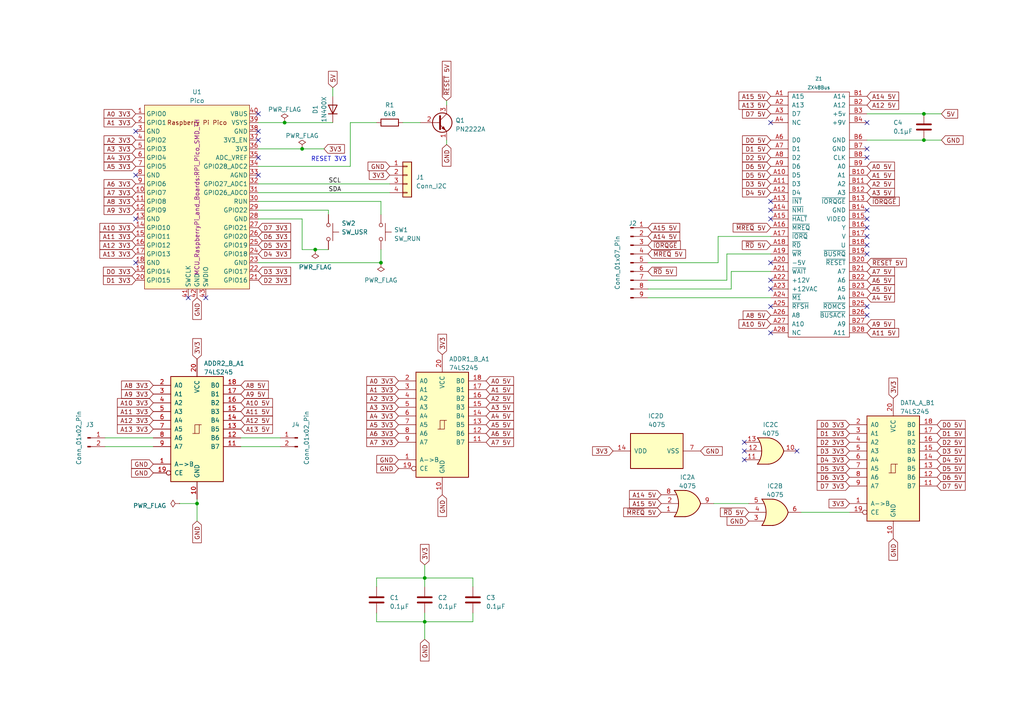
<source format=kicad_sch>
(kicad_sch (version 20230121) (generator eeschema)
  (paper "A4")
  (title_block (title "ZX Spectrum IF2 ROM cartridge interface using a RPi Pico") (date "2023-05-06") (rev "1.1"))
  (lib_symbols
    (symbol "4xxx:4075" (pin_names (offset 1.016))
      (property "Reference" "U" (at 0 1.27 0))
      (property "Value" "4075" (at 0 -1.27 0))
      (symbol "4075_1_1"
        (arc (start -3.81 -3.81) (mid -2.589 0) (end -3.81 3.81) (stroke (width 0.254)))
        (arc (start -0.6096 -3.81) (mid 2.1842 -2.5851) (end 3.81 0) (stroke (width 0.254)) (fill (type background)))
        (polyline (pts (xy -3.81 -3.81) (xy -0.635 -3.81)) (stroke (width 0.254)) (fill (type background)))
        (polyline (pts (xy -3.81 3.81) (xy -0.635 3.81)) (stroke (width 0.254)) (fill (type background)))
        (polyline (pts (xy -0.635 3.81) (xy -3.81 3.81) (xy -3.81 3.81) (xy -3.556 3.4036) (xy -3.0226 2.2606) (xy -2.6924 1.0414) (xy -2.6162 -0.254) (xy -2.7686 -1.4986) (xy -3.175 -2.7178) (xy -3.81 -3.81) (xy -3.81 -3.81) (xy -0.635 -3.81)) (stroke (width -25.4)) (fill (type background)))
        (arc (start 3.81 0) (mid 2.1915 2.5936) (end -0.6096 3.81) (stroke (width 0.254)) (fill (type background)))
        (pin input line (at -7.62 2.54 0) (length 4.318) (name "~") (number "1"))
        (pin input line (at -7.62 0 0) (length 4.953) (name "~") (number "2"))
        (pin input line (at -7.62 -2.54 0) (length 4.318) (name "~") (number "8"))
        (pin output line (at 7.62 0 180) (length 3.81) (name "~") (number "9"))
      )
      (symbol "4075_1_2"
        (arc (start 0 -3.81) (mid 3.7934 0) (end 0 3.81) (stroke (width 0.254)) (fill (type background)))
        (polyline (pts (xy 0 3.81) (xy -3.81 3.81) (xy -3.81 -3.81) (xy 0 -3.81)) (stroke (width 0.254)) (fill (type background)))
        (pin input inverted (at -7.62 2.54 0) (length 3.81) (name "~") (number "1"))
        (pin input inverted (at -7.62 0 0) (length 3.81) (name "~") (number "2"))
        (pin input inverted (at -7.62 -2.54 0) (length 3.81) (name "~") (number "8"))
        (pin output inverted (at 7.62 0 180) (length 3.81) (name "~") (number "9"))
      )
      (symbol "4075_2_1"
        (arc (start -3.81 -3.81) (mid -2.589 0) (end -3.81 3.81) (stroke (width 0.254)))
        (arc (start -0.6096 -3.81) (mid 2.1842 -2.5851) (end 3.81 0) (stroke (width 0.254)) (fill (type background)))
        (polyline (pts (xy -3.81 -3.81) (xy -0.635 -3.81)) (stroke (width 0.254)) (fill (type background)))
        (polyline (pts (xy -3.81 3.81) (xy -0.635 3.81)) (stroke (width 0.254)) (fill (type background)))
        (polyline (pts (xy -0.635 3.81) (xy -3.81 3.81) (xy -3.81 3.81) (xy -3.556 3.4036) (xy -3.0226 2.2606) (xy -2.6924 1.0414) (xy -2.6162 -0.254) (xy -2.7686 -1.4986) (xy -3.175 -2.7178) (xy -3.81 -3.81) (xy -3.81 -3.81) (xy -0.635 -3.81)) (stroke (width -25.4)) (fill (type background)))
        (arc (start 3.81 0) (mid 2.1915 2.5936) (end -0.6096 3.81) (stroke (width 0.254)) (fill (type background)))
        (pin input line (at -7.62 2.54 0) (length 4.318) (name "~") (number "3"))
        (pin input line (at -7.62 0 0) (length 4.953) (name "~") (number "4"))
        (pin input line (at -7.62 -2.54 0) (length 4.318) (name "~") (number "5"))
        (pin output line (at 7.62 0 180) (length 3.81) (name "~") (number "6"))
      )
      (symbol "4075_2_2"
        (arc (start 0 -3.81) (mid 3.7934 0) (end 0 3.81) (stroke (width 0.254)) (fill (type background)))
        (polyline (pts (xy 0 3.81) (xy -3.81 3.81) (xy -3.81 -3.81) (xy 0 -3.81)) (stroke (width 0.254)) (fill (type background)))
        (pin input inverted (at -7.62 2.54 0) (length 3.81) (name "~") (number "3"))
        (pin input inverted (at -7.62 0 0) (length 3.81) (name "~") (number "4"))
        (pin input inverted (at -7.62 -2.54 0) (length 3.81) (name "~") (number "5"))
        (pin output inverted (at 7.62 0 180) (length 3.81) (name "~") (number "6"))
      )
      (symbol "4075_3_1"
        (arc (start -3.81 -3.81) (mid -2.589 0) (end -3.81 3.81) (stroke (width 0.254)))
        (arc (start -0.6096 -3.81) (mid 2.1842 -2.5851) (end 3.81 0) (stroke (width 0.254)) (fill (type background)))
        (polyline (pts (xy -3.81 -3.81) (xy -0.635 -3.81)) (stroke (width 0.254)) (fill (type background)))
        (polyline (pts (xy -3.81 3.81) (xy -0.635 3.81)) (stroke (width 0.254)) (fill (type background)))
        (polyline (pts (xy -0.635 3.81) (xy -3.81 3.81) (xy -3.81 3.81) (xy -3.556 3.4036) (xy -3.0226 2.2606) (xy -2.6924 1.0414) (xy -2.6162 -0.254) (xy -2.7686 -1.4986) (xy -3.175 -2.7178) (xy -3.81 -3.81) (xy -3.81 -3.81) (xy -0.635 -3.81)) (stroke (width -25.4)) (fill (type background)))
        (arc (start 3.81 0) (mid 2.1915 2.5936) (end -0.6096 3.81) (stroke (width 0.254)) (fill (type background)))
        (pin output line (at 7.62 0 180) (length 3.81) (name "~") (number "10"))
        (pin input line (at -7.62 2.54 0) (length 4.318) (name "~") (number "11"))
        (pin input line (at -7.62 0 0) (length 4.953) (name "~") (number "12"))
        (pin input line (at -7.62 -2.54 0) (length 4.318) (name "~") (number "13"))
      )
      (symbol "4075_3_2"
        (arc (start 0 -3.81) (mid 3.7934 0) (end 0 3.81) (stroke (width 0.254)) (fill (type background)))
        (polyline (pts (xy 0 3.81) (xy -3.81 3.81) (xy -3.81 -3.81) (xy 0 -3.81)) (stroke (width 0.254)) (fill (type background)))
        (pin output inverted (at 7.62 0 180) (length 3.81) (name "~") (number "10"))
        (pin input inverted (at -7.62 2.54 0) (length 3.81) (name "~") (number "11"))
        (pin input inverted (at -7.62 0 0) (length 3.81) (name "~") (number "12"))
        (pin input inverted (at -7.62 -2.54 0) (length 3.81) (name "~") (number "13"))
      )
      (symbol "4075_4_0"
        (pin power_in line (at 0 12.7 270) (length 5.08) (name "VDD") (number "14"))
        (pin power_in line (at 0 -12.7 90) (length 5.08) (name "VSS") (number "7"))
      )
      (symbol "4075_4_1"
        (rectangle (start -5.08 7.62) (end 5.08 -7.62) (stroke (width 0.254)) (fill (type background)))
      )
    )
    (symbol "74xx:74LS245" (pin_names (offset 1.016))
      (property "Reference" "U" (at -7.62 16.51 0))
      (property "Value" "74LS245" (at -7.62 -16.51 0))
      (symbol "74LS245_1_0"
        (polyline (pts (xy -0.635 -1.27) (xy -0.635 1.27) (xy 0.635 1.27)))
        (polyline (pts (xy -1.27 -1.27) (xy 0.635 -1.27) (xy 0.635 1.27) (xy 1.27 1.27)))
        (pin input line (at -12.7 -10.16 0) (length 5.08) (name "A->B") (number "1"))
        (pin power_in line (at 0 -20.32 90) (length 5.08) (name "GND") (number "10"))
        (pin tri_state line (at 12.7 -5.08 180) (length 5.08) (name "B7") (number "11"))
        (pin tri_state line (at 12.7 -2.54 180) (length 5.08) (name "B6") (number "12"))
        (pin tri_state line (at 12.7 0 180) (length 5.08) (name "B5") (number "13"))
        (pin tri_state line (at 12.7 2.54 180) (length 5.08) (name "B4") (number "14"))
        (pin tri_state line (at 12.7 5.08 180) (length 5.08) (name "B3") (number "15"))
        (pin tri_state line (at 12.7 7.62 180) (length 5.08) (name "B2") (number "16"))
        (pin tri_state line (at 12.7 10.16 180) (length 5.08) (name "B1") (number "17"))
        (pin tri_state line (at 12.7 12.7 180) (length 5.08) (name "B0") (number "18"))
        (pin input inverted (at -12.7 -12.7 0) (length 5.08) (name "CE") (number "19"))
        (pin tri_state line (at -12.7 12.7 0) (length 5.08) (name "A0") (number "2"))
        (pin power_in line (at 0 20.32 270) (length 5.08) (name "VCC") (number "20"))
        (pin tri_state line (at -12.7 10.16 0) (length 5.08) (name "A1") (number "3"))
        (pin tri_state line (at -12.7 7.62 0) (length 5.08) (name "A2") (number "4"))
        (pin tri_state line (at -12.7 5.08 0) (length 5.08) (name "A3") (number "5"))
        (pin tri_state line (at -12.7 2.54 0) (length 5.08) (name "A4") (number "6"))
        (pin tri_state line (at -12.7 0 0) (length 5.08) (name "A5") (number "7"))
        (pin tri_state line (at -12.7 -2.54 0) (length 5.08) (name "A6") (number "8"))
        (pin tri_state line (at -12.7 -5.08 0) (length 5.08) (name "A7") (number "9"))
      )
      (symbol "74LS245_1_1"
        (rectangle (start -7.62 15.24) (end 7.62 -15.24) (stroke (width 0.254)) (fill (type background)))
      )
    )
    (symbol "Connector:Conn_01x02_Pin" (pin_names (offset 1.016) hide)
      (property "Reference" "J" (at 0 2.54 0))
      (property "Value" "Conn_01x02_Pin" (at 0 -5.08 0))
      (symbol "Conn_01x02_Pin_1_1"
        (polyline (pts (xy 1.27 -2.54) (xy 0.8636 -2.54)) (stroke (width 0.1524)))
        (polyline (pts (xy 1.27 0) (xy 0.8636 0)) (stroke (width 0.1524)))
        (rectangle (start 0.8636 -2.413) (end 0 -2.667) (stroke (width 0.1524)) (fill (type outline)))
        (rectangle (start 0.8636 0.127) (end 0 -0.127) (stroke (width 0.1524)) (fill (type outline)))
        (pin passive line (at 5.08 0 180) (length 3.81) (name "Pin_1") (number "1"))
        (pin passive line (at 5.08 -2.54 180) (length 3.81) (name "Pin_2") (number "2"))
      )
    )
    (symbol "Connector:Conn_01x09_Pin" (pin_names (offset 1.016) hide)
      (property "Reference" "J" (at 0 12.7 0))
      (property "Value" "Conn_01x09_Pin" (at 0 -12.7 0))
      (symbol "Conn_01x09_Pin_1_1"
        (polyline (pts (xy 1.27 -10.16) (xy 0.8636 -10.16)) (stroke (width 0.1524)))
        (polyline (pts (xy 1.27 -7.62) (xy 0.8636 -7.62)) (stroke (width 0.1524)))
        (polyline (pts (xy 1.27 -5.08) (xy 0.8636 -5.08)) (stroke (width 0.1524)))
        (polyline (pts (xy 1.27 -2.54) (xy 0.8636 -2.54)) (stroke (width 0.1524)))
        (polyline (pts (xy 1.27 0) (xy 0.8636 0)) (stroke (width 0.1524)))
        (polyline (pts (xy 1.27 2.54) (xy 0.8636 2.54)) (stroke (width 0.1524)))
        (polyline (pts (xy 1.27 5.08) (xy 0.8636 5.08)) (stroke (width 0.1524)))
        (polyline (pts (xy 1.27 7.62) (xy 0.8636 7.62)) (stroke (width 0.1524)))
        (polyline (pts (xy 1.27 10.16) (xy 0.8636 10.16)) (stroke (width 0.1524)))
        (rectangle (start 0.8636 -10.033) (end 0 -10.287) (stroke (width 0.1524)) (fill (type outline)))
        (rectangle (start 0.8636 -7.493) (end 0 -7.747) (stroke (width 0.1524)) (fill (type outline)))
        (rectangle (start 0.8636 -4.953) (end 0 -5.207) (stroke (width 0.1524)) (fill (type outline)))
        (rectangle (start 0.8636 -2.413) (end 0 -2.667) (stroke (width 0.1524)) (fill (type outline)))
        (rectangle (start 0.8636 0.127) (end 0 -0.127) (stroke (width 0.1524)) (fill (type outline)))
        (rectangle (start 0.8636 2.667) (end 0 2.413) (stroke (width 0.1524)) (fill (type outline)))
        (rectangle (start 0.8636 5.207) (end 0 4.953) (stroke (width 0.1524)) (fill (type outline)))
        (rectangle (start 0.8636 7.747) (end 0 7.493) (stroke (width 0.1524)) (fill (type outline)))
        (rectangle (start 0.8636 10.287) (end 0 10.033) (stroke (width 0.1524)) (fill (type outline)))
        (pin passive line (at 5.08 10.16 180) (length 3.81) (name "Pin_1") (number "1"))
        (pin passive line (at 5.08 7.62 180) (length 3.81) (name "Pin_2") (number "2"))
        (pin passive line (at 5.08 5.08 180) (length 3.81) (name "Pin_3") (number "3"))
        (pin passive line (at 5.08 2.54 180) (length 3.81) (name "Pin_4") (number "4"))
        (pin passive line (at 5.08 0 180) (length 3.81) (name "Pin_5") (number "5"))
        (pin passive line (at 5.08 -2.54 180) (length 3.81) (name "Pin_6") (number "6"))
        (pin passive line (at 5.08 -5.08 180) (length 3.81) (name "Pin_7") (number "7"))
        (pin passive line (at 5.08 -7.62 180) (length 3.81) (name "Pin_8") (number "8"))
        (pin passive line (at 5.08 -10.16 180) (length 3.81) (name "Pin_9") (number "9"))
      )
    )
    (symbol "Connector_Generic:Conn_01x04" (pin_names (offset 1.016) hide)
      (property "Reference" "J" (at 0 5.08 0))
      (property "Value" "Conn_01x04" (at 0 -7.62 0))
      (symbol "Conn_01x04_1_1"
        (rectangle (start -1.27 -4.953) (end 0 -5.207) (stroke (width 0.1524)))
        (rectangle (start -1.27 -2.413) (end 0 -2.667) (stroke (width 0.1524)))
        (rectangle (start -1.27 0.127) (end 0 -0.127) (stroke (width 0.1524)))
        (rectangle (start -1.27 2.667) (end 0 2.413) (stroke (width 0.1524)))
        (rectangle (start -1.27 3.81) (end 1.27 -6.35) (stroke (width 0.254)) (fill (type background)))
        (pin passive line (at -5.08 2.54 0) (length 3.81) (name "Pin_1") (number "1"))
        (pin passive line (at -5.08 0 0) (length 3.81) (name "Pin_2") (number "2"))
        (pin passive line (at -5.08 -2.54 0) (length 3.81) (name "Pin_3") (number "3"))
        (pin passive line (at -5.08 -5.08 0) (length 3.81) (name "Pin_4") (number "4"))
      )
    )
    (symbol "Device:C" (pin_numbers hide) (pin_names (offset 0.254))
      (property "Reference" "C" (at 0.635 2.54 0))
      (property "Value" "C" (at 0.635 -2.54 0))
      (symbol "C_0_1"
        (polyline (pts (xy -2.032 -0.762) (xy 2.032 -0.762)) (stroke (width 0.508)))
        (polyline (pts (xy -2.032 0.762) (xy 2.032 0.762)) (stroke (width 0.508)))
      )
      (symbol "C_1_1"
        (pin passive line (at 0 3.81 270) (length 2.794) (name "~") (number "1"))
        (pin passive line (at 0 -3.81 90) (length 2.794) (name "~") (number "2"))
      )
    )
    (symbol "Device:R" (pin_numbers hide) (pin_names (offset 0))
      (property "Reference" "R" (at 2.032 0 90))
      (property "Value" "R" (at 0 0 90))
      (symbol "R_0_1"
        (rectangle (start -1.016 -2.54) (end 1.016 2.54) (stroke (width 0.254)))
      )
      (symbol "R_1_1"
        (pin passive line (at 0 3.81 270) (length 1.27) (name "~") (number "1"))
        (pin passive line (at 0 -3.81 90) (length 1.27) (name "~") (number "2"))
      )
    )
    (symbol "Diode:1N4001" (pin_numbers hide) (pin_names hide)
      (property "Reference" "D" (at 0 2.54 0))
      (property "Value" "1N4001" (at 0 -2.54 0))
      (symbol "1N4001_0_1"
        (polyline (pts (xy -1.27 1.27) (xy -1.27 -1.27)) (stroke (width 0.254)))
        (polyline (pts (xy 1.27 0) (xy -1.27 0)))
        (polyline (pts (xy 1.27 1.27) (xy 1.27 -1.27) (xy -1.27 0) (xy 1.27 1.27)) (stroke (width 0.254)))
      )
      (symbol "1N4001_1_1"
        (pin passive line (at -3.81 0 0) (length 2.54) (name "K") (number "1"))
        (pin passive line (at 3.81 0 180) (length 2.54) (name "A") (number "2"))
      )
    )
    (symbol "MCU_RaspberryPi_and_Boards:Pico"
      (property "Reference" "U" (at -13.97 27.94 0))
      (property "Value" "Pico" (at 0 19.05 0))
      (symbol "Pico_0_0"
        (text "Raspberry Pi Pico" (at 0 21.59 0) (effects (font (size 1.27 1.27))))
      )
      (symbol "Pico_0_1"
        (rectangle (start -15.24 26.67) (end 15.24 -26.67) (fill (type background)))
      )
      (symbol "Pico_1_1"
        (pin bidirectional line (at -17.78 24.13 0) (length 2.54) (name "GPIO0") (number "1"))
        (pin bidirectional line (at -17.78 1.27 0) (length 2.54) (name "GPIO7") (number "10"))
        (pin bidirectional line (at -17.78 -1.27 0) (length 2.54) (name "GPIO8") (number "11"))
        (pin bidirectional line (at -17.78 -3.81 0) (length 2.54) (name "GPIO9") (number "12"))
        (pin power_in line (at -17.78 -6.35 0) (length 2.54) (name "GND") (number "13"))
        (pin bidirectional line (at -17.78 -8.89 0) (length 2.54) (name "GPIO10") (number "14"))
        (pin bidirectional line (at -17.78 -11.43 0) (length 2.54) (name "GPIO11") (number "15"))
        (pin bidirectional line (at -17.78 -13.97 0) (length 2.54) (name "GPIO12") (number "16"))
        (pin bidirectional line (at -17.78 -16.51 0) (length 2.54) (name "GPIO13") (number "17"))
        (pin power_in line (at -17.78 -19.05 0) (length 2.54) (name "GND") (number "18"))
        (pin bidirectional line (at -17.78 -21.59 0) (length 2.54) (name "GPIO14") (number "19"))
        (pin bidirectional line (at -17.78 21.59 0) (length 2.54) (name "GPIO1") (number "2"))
        (pin bidirectional line (at -17.78 -24.13 0) (length 2.54) (name "GPIO15") (number "20"))
        (pin bidirectional line (at 17.78 -24.13 180) (length 2.54) (name "GPIO16") (number "21"))
        (pin bidirectional line (at 17.78 -21.59 180) (length 2.54) (name "GPIO17") (number "22"))
        (pin power_in line (at 17.78 -19.05 180) (length 2.54) (name "GND") (number "23"))
        (pin bidirectional line (at 17.78 -16.51 180) (length 2.54) (name "GPIO18") (number "24"))
        (pin bidirectional line (at 17.78 -13.97 180) (length 2.54) (name "GPIO19") (number "25"))
        (pin bidirectional line (at 17.78 -11.43 180) (length 2.54) (name "GPIO20") (number "26"))
        (pin bidirectional line (at 17.78 -8.89 180) (length 2.54) (name "GPIO21") (number "27"))
        (pin power_in line (at 17.78 -6.35 180) (length 2.54) (name "GND") (number "28"))
        (pin bidirectional line (at 17.78 -3.81 180) (length 2.54) (name "GPIO22") (number "29"))
        (pin power_in line (at -17.78 19.05 0) (length 2.54) (name "GND") (number "3"))
        (pin input line (at 17.78 -1.27 180) (length 2.54) (name "RUN") (number "30"))
        (pin bidirectional line (at 17.78 1.27 180) (length 2.54) (name "GPIO26_ADC0") (number "31"))
        (pin bidirectional line (at 17.78 3.81 180) (length 2.54) (name "GPIO27_ADC1") (number "32"))
        (pin power_in line (at 17.78 6.35 180) (length 2.54) (name "AGND") (number "33"))
        (pin bidirectional line (at 17.78 8.89 180) (length 2.54) (name "GPIO28_ADC2") (number "34"))
        (pin power_in line (at 17.78 11.43 180) (length 2.54) (name "ADC_VREF") (number "35"))
        (pin power_in line (at 17.78 13.97 180) (length 2.54) (name "3V3") (number "36"))
        (pin input line (at 17.78 16.51 180) (length 2.54) (name "3V3_EN") (number "37"))
        (pin bidirectional line (at 17.78 19.05 180) (length 2.54) (name "GND") (number "38"))
        (pin power_in line (at 17.78 21.59 180) (length 2.54) (name "VSYS") (number "39"))
        (pin bidirectional line (at -17.78 16.51 0) (length 2.54) (name "GPIO2") (number "4"))
        (pin power_in line (at 17.78 24.13 180) (length 2.54) (name "VBUS") (number "40"))
        (pin input line (at -2.54 -29.21 90) (length 2.54) (name "SWCLK") (number "41"))
        (pin power_in line (at 0 -29.21 90) (length 2.54) (name "GND") (number "42"))
        (pin bidirectional line (at 2.54 -29.21 90) (length 2.54) (name "SWDIO") (number "43"))
        (pin bidirectional line (at -17.78 13.97 0) (length 2.54) (name "GPIO3") (number "5"))
        (pin bidirectional line (at -17.78 11.43 0) (length 2.54) (name "GPIO4") (number "6"))
        (pin bidirectional line (at -17.78 8.89 0) (length 2.54) (name "GPIO5") (number "7"))
        (pin power_in line (at -17.78 6.35 0) (length 2.54) (name "GND") (number "8"))
        (pin bidirectional line (at -17.78 3.81 0) (length 2.54) (name "GPIO6") (number "9"))
      )
    )
    (symbol "Switch:SW_Push" (pin_numbers hide) (pin_names (offset 1.016) hide)
      (property "Reference" "SW" (at 1.27 2.54 0))
      (property "Value" "SW_Push" (at 0 -1.524 0))
      (symbol "SW_Push_0_1"
        (circle (center -2.032 0) (radius 0.508))
        (polyline (pts (xy 0 1.27) (xy 0 3.048)))
        (polyline (pts (xy 2.54 1.27) (xy -2.54 1.27)))
        (circle (center 2.032 0) (radius 0.508))
        (pin passive line (at -5.08 0 0) (length 2.54) (name "1") (number "1"))
        (pin passive line (at 5.08 0 180) (length 2.54) (name "2") (number "2"))
      )
    )
    (symbol "Transistor_BJT:PN2222A" (pin_names (offset 0) hide)
      (property "Reference" "Q" (at 5.08 1.905 0))
      (property "Value" "PN2222A" (at 5.08 0 0))
      (symbol "PN2222A_0_1"
        (polyline (pts (xy 0 0) (xy 0.635 0)))
        (polyline (pts (xy 2.54 -2.54) (xy 0.635 -0.635)))
        (polyline (pts (xy 2.54 2.54) (xy 0.635 0.635)))
        (polyline (pts (xy 0.635 1.905) (xy 0.635 -1.905) (xy 0.635 -1.905)) (stroke (width 0.508)))
        (polyline (pts (xy 2.413 -2.413) (xy 1.905 -1.905) (xy 1.905 -1.905)))
        (polyline (pts (xy 1.143 -1.651) (xy 1.651 -1.143) (xy 2.159 -2.159) (xy 1.143 -1.651) (xy 1.143 -1.651)) (fill (type outline)))
        (circle (center 1.27 0) (radius 2.8194) (stroke (width 0.254)))
      )
      (symbol "PN2222A_1_1"
        (pin passive line (at 2.54 -5.08 90) (length 2.54) (name "E") (number "1"))
        (pin input line (at -5.08 0 0) (length 5.08) (name "B") (number "2"))
        (pin passive line (at 2.54 5.08 270) (length 2.54) (name "C") (number "3"))
      )
    )
    (symbol "power:PWR_FLAG" (power) (pin_numbers hide) (pin_names (offset 0) hide)
      (property "Value" "PWR_FLAG" (at 0 3.81 0))
      (symbol "PWR_FLAG_0_0"
        (pin power_out line (at 0 0 90) (length 0) (name "pwr") (number "1"))
      )
      (symbol "PWR_FLAG_0_1"
        (polyline (pts (xy 0 0) (xy 0 1.27) (xy -1.016 1.905) (xy 0 2.54) (xy 1.016 1.905) (xy 0 1.27)))
      )
    )
    (symbol "zxbus:ZX48Bus" (pin_names (offset 1.016))
      (property "Reference" "Z" (at 0 83.82 0))
      (property "Value" "ZX48Bus" (at 0 86.36 0))
      (symbol "ZX48Bus_0_0"
        (rectangle (start 0 82.55) (end 17.78 11.43))
      )
      (symbol "ZX48Bus_1_1"
        (pin input line (at -5.08 81.28 0) (length 5.08) (name "A15") (number "A1"))
        (pin input line (at -5.08 58.42 0) (length 5.08) (name "D5") (number "A10"))
        (pin input line (at -5.08 55.88 0) (length 5.08) (name "D3") (number "A11"))
        (pin input line (at -5.08 53.34 0) (length 5.08) (name "D4") (number "A12"))
        (pin input line (at -5.08 50.8 0) (length 5.08) (name "~{INT}") (number "A13"))
        (pin input line (at -5.08 48.26 0) (length 5.08) (name "~{NMI}") (number "A14"))
        (pin input line (at -5.08 45.72 0) (length 5.08) (name "~{HALT}") (number "A15"))
        (pin input line (at -5.08 43.18 0) (length 5.08) (name "~{MREQ}") (number "A16"))
        (pin input line (at -5.08 40.64 0) (length 5.08) (name "~{IORQ}") (number "A17"))
        (pin input line (at -5.08 38.1 0) (length 5.08) (name "~{RD}") (number "A18"))
        (pin input line (at -5.08 35.56 0) (length 5.08) (name "~{WR}") (number "A19"))
        (pin input line (at -5.08 78.74 0) (length 5.08) (name "A13") (number "A2"))
        (pin input line (at -5.08 33.02 0) (length 5.08) (name "-5V") (number "A20"))
        (pin input line (at -5.08 30.48 0) (length 5.08) (name "~{WAIT}") (number "A21"))
        (pin input line (at -5.08 27.94 0) (length 5.08) (name "+12V") (number "A22"))
        (pin input line (at -5.08 25.4 0) (length 5.08) (name "+12VAC") (number "A23"))
        (pin input line (at -5.08 22.86 0) (length 5.08) (name "~{M1}") (number "A24"))
        (pin input line (at -5.08 20.32 0) (length 5.08) (name "~{RFSH}") (number "A25"))
        (pin input line (at -5.08 17.78 0) (length 5.08) (name "A8") (number "A26"))
        (pin input line (at -5.08 15.24 0) (length 5.08) (name "A10") (number "A27"))
        (pin input line (at -5.08 12.7 0) (length 5.08) (name "NC") (number "A28"))
        (pin input line (at -5.08 76.2 0) (length 5.08) (name "D7") (number "A3"))
        (pin input line (at -5.08 73.66 0) (length 5.08) (name "NC") (number "A4"))
        (pin input line (at -5.08 68.58 0) (length 5.08) (name "D0") (number "A6"))
        (pin input line (at -5.08 66.04 0) (length 5.08) (name "D1") (number "A7"))
        (pin input line (at -5.08 63.5 0) (length 5.08) (name "D2") (number "A8"))
        (pin input line (at -5.08 60.96 0) (length 5.08) (name "D6") (number "A9"))
        (pin input line (at 22.86 81.28 180) (length 5.08) (name "A14") (number "B1"))
        (pin input line (at 22.86 58.42 180) (length 5.08) (name "A1") (number "B10"))
        (pin input line (at 22.86 55.88 180) (length 5.08) (name "A2") (number "B11"))
        (pin input line (at 22.86 53.34 180) (length 5.08) (name "A3") (number "B12"))
        (pin input line (at 22.86 50.8 180) (length 5.08) (name "~{IORQGE}") (number "B13"))
        (pin input line (at 22.86 48.26 180) (length 5.08) (name "GND") (number "B14"))
        (pin input line (at 22.86 45.72 180) (length 5.08) (name "VIDEO") (number "B15"))
        (pin input line (at 22.86 43.18 180) (length 5.08) (name "Y") (number "B16"))
        (pin input line (at 22.86 40.64 180) (length 5.08) (name "V") (number "B17"))
        (pin input line (at 22.86 38.1 180) (length 5.08) (name "U") (number "B18"))
        (pin input line (at 22.86 35.56 180) (length 5.08) (name "~{BUSRQ}") (number "B19"))
        (pin input line (at 22.86 78.74 180) (length 5.08) (name "A12") (number "B2"))
        (pin input line (at 22.86 33.02 180) (length 5.08) (name "~{RESET}") (number "B20"))
        (pin input line (at 22.86 30.48 180) (length 5.08) (name "A7") (number "B21"))
        (pin input line (at 22.86 27.94 180) (length 5.08) (name "A6") (number "B22"))
        (pin input line (at 22.86 25.4 180) (length 5.08) (name "A5") (number "B23"))
        (pin input line (at 22.86 22.86 180) (length 5.08) (name "A4") (number "B24"))
        (pin input line (at 22.86 20.32 180) (length 5.08) (name "~{ROMCS}") (number "B25"))
        (pin input line (at 22.86 17.78 180) (length 5.08) (name "~{BUSACK}") (number "B26"))
        (pin input line (at 22.86 15.24 180) (length 5.08) (name "A9") (number "B27"))
        (pin input line (at 22.86 12.7 180) (length 5.08) (name "A11") (number "B28"))
        (pin input line (at 22.86 76.2 180) (length 5.08) (name "+5v") (number "B3"))
        (pin input line (at 22.86 73.66 180) (length 5.08) (name "+9V") (number "B4"))
        (pin input line (at 22.86 68.58 180) (length 5.08) (name "GND") (number "B6"))
        (pin input line (at 22.86 66.04 180) (length 5.08) (name "GND") (number "B7"))
        (pin input line (at 22.86 63.5 180) (length 5.08) (name "CLK") (number "B8"))
        (pin input line (at 22.86 60.96 180) (length 5.08) (name "A0") (number "B9"))
      )
    )
  )
  (junction (at 110.49 76.2))
  (junction (at 87.63 43.18))
  (junction (at 57.15 146.05))
  (junction (at 91.44 72.39))
  (junction (at 267.97 33.02))
  (junction (at 267.97 40.64))
  (junction (at 123.19 180.34))
  (junction (at 82.55 35.56))
  (junction (at 123.19 167.64))
  (no_connect (at 59.69 86.36))
  (no_connect (at 223.52 63.5))
  (no_connect (at 251.46 45.72))
  (no_connect (at 74.93 50.8))
  (no_connect (at 74.93 38.1))
  (no_connect (at 215.9 130.81))
  (no_connect (at 39.37 63.5))
  (no_connect (at 251.46 88.9))
  (no_connect (at 223.52 60.96))
  (no_connect (at 74.93 45.72))
  (no_connect (at 231.14 130.81))
  (no_connect (at 223.52 96.52))
  (no_connect (at 39.37 50.8))
  (no_connect (at 223.52 88.9))
  (no_connect (at 74.93 33.02))
  (no_connect (at 223.52 81.28))
  (no_connect (at 251.46 43.18))
  (no_connect (at 223.52 76.2))
  (no_connect (at 39.37 76.2))
  (no_connect (at 251.46 91.44))
  (no_connect (at 54.61 86.36))
  (no_connect (at 223.52 58.42))
  (no_connect (at 223.52 83.82))
  (no_connect (at 251.46 73.66))
  (no_connect (at 251.46 63.5))
  (no_connect (at 251.46 66.04))
  (no_connect (at 251.46 71.12))
  (no_connect (at 39.37 38.1))
  (no_connect (at 223.52 35.56))
  (no_connect (at 215.9 128.27))
  (no_connect (at 251.46 60.96))
  (no_connect (at 215.9 133.35))
  (no_connect (at 251.46 35.56))
  (no_connect (at 74.93 40.64))
  (no_connect (at 251.46 68.58))
  (wire (pts (xy 267.97 33.02) (xy 273.05 33.02)))
  (wire (pts (xy 137.16 167.64) (xy 137.16 170.18)))
  (wire (pts (xy 208.28 76.2) (xy 187.96 76.2)))
  (wire (pts (xy 96.52 27.94) (xy 96.52 25.4)))
  (wire (pts (xy 232.41 148.59) (xy 246.38 148.59)))
  (wire (pts (xy 52.07 146.05) (xy 57.15 146.05)))
  (wire (pts (xy 101.6 35.56) (xy 101.6 48.26)))
  (wire (pts (xy 74.93 55.88) (xy 113.03 55.88)))
  (wire (pts (xy 74.93 60.96) (xy 95.25 60.96)))
  (wire (pts (xy 87.63 72.39) (xy 87.63 63.5)))
  (wire (pts (xy 210.82 81.28) (xy 187.96 81.28)))
  (wire (pts (xy 30.48 127) (xy 44.45 127)))
  (wire (pts (xy 129.54 29.21) (xy 129.54 30.48)))
  (wire (pts (xy 109.22 177.8) (xy 109.22 180.34)))
  (wire (pts (xy 74.93 53.34) (xy 113.03 53.34)))
  (wire (pts (xy 123.19 180.34) (xy 123.19 185.42)))
  (wire (pts (xy 129.54 41.91) (xy 129.54 40.64)))
  (wire (pts (xy 69.85 127) (xy 81.28 127)))
  (wire (pts (xy 208.28 68.58) (xy 208.28 76.2)))
  (wire (pts (xy 251.46 40.64) (xy 267.97 40.64)))
  (wire (pts (xy 57.15 151.13) (xy 57.15 146.05)))
  (wire (pts (xy 123.19 167.64) (xy 137.16 167.64)))
  (wire (pts (xy 123.19 163.83) (xy 123.19 167.64)))
  (wire (pts (xy 87.63 72.39) (xy 91.44 72.39)))
  (wire (pts (xy 223.52 68.58) (xy 208.28 68.58)))
  (wire (pts (xy 109.22 167.64) (xy 123.19 167.64)))
  (wire (pts (xy 57.15 146.05) (xy 57.15 144.78)))
  (wire (pts (xy 101.6 35.56) (xy 109.22 35.56)))
  (wire (pts (xy 74.93 76.2) (xy 110.49 76.2)))
  (wire (pts (xy 251.46 33.02) (xy 267.97 33.02)))
  (wire (pts (xy 93.98 43.18) (xy 87.63 43.18)))
  (wire (pts (xy 74.93 35.56) (xy 82.55 35.56)))
  (wire (pts (xy 74.93 58.42) (xy 110.49 58.42)))
  (wire (pts (xy 110.49 72.39) (xy 110.49 76.2)))
  (wire (pts (xy 109.22 180.34) (xy 123.19 180.34)))
  (wire (pts (xy 123.19 177.8) (xy 123.19 180.34)))
  (wire (pts (xy 187.96 86.36) (xy 223.52 86.36)))
  (wire (pts (xy 110.49 62.23) (xy 110.49 58.42)))
  (wire (pts (xy 87.63 63.5) (xy 74.93 63.5)))
  (wire (pts (xy 109.22 167.64) (xy 109.22 170.18)))
  (wire (pts (xy 69.85 129.54) (xy 81.28 129.54)))
  (wire (pts (xy 273.05 40.64) (xy 267.97 40.64)))
  (wire (pts (xy 87.63 43.18) (xy 74.93 43.18)))
  (wire (pts (xy 123.19 167.64) (xy 123.19 170.18)))
  (wire (pts (xy 91.44 72.39) (xy 95.25 72.39)))
  (wire (pts (xy 223.52 73.66) (xy 210.82 73.66)))
  (wire (pts (xy 95.25 60.96) (xy 95.25 62.23)))
  (wire (pts (xy 123.19 180.34) (xy 137.16 180.34)))
  (wire (pts (xy 217.17 146.05) (xy 207.01 146.05)))
  (wire (pts (xy 116.84 35.56) (xy 121.92 35.56)))
  (wire (pts (xy 137.16 180.34) (xy 137.16 177.8)))
  (wire (pts (xy 223.52 78.74) (xy 212.09 78.74)))
  (wire (pts (xy 210.82 73.66) (xy 210.82 81.28)))
  (wire (pts (xy 212.09 78.74) (xy 212.09 83.82)))
  (wire (pts (xy 74.93 48.26) (xy 101.6 48.26)))
  (wire (pts (xy 82.55 35.56) (xy 96.52 35.56)))
  (wire (pts (xy 212.09 83.82) (xy 187.96 83.82)))
  (wire (pts (xy 30.48 129.54) (xy 44.45 129.54)))
  (text "RESET 3V3" (at 90.17 46.99 0) (effects (font (size 1.27 1.27)) (justify left bottom)))
  (label "SCL" (at 95.25 53.34 0))
  (label "SDA" (at 95.25 55.88 0))
  (global_label "A8 5V" (shape input) (at 223.52 91.44 180) (property "Intersheetrefs" "${INTERSHEET_REFS}" (effects hide)))
  (global_label "D4 3V3" (shape input) (at 74.93 73.66 0) (property "Intersheetrefs" "${INTERSHEET_REFS}" (effects hide)))
  (global_label "A12 5V" (shape input) (at 69.85 121.92 0) (property "Intersheetrefs" "${INTERSHEET_REFS}" (effects hide)))
  (global_label "D0 5V" (shape input) (at 223.52 40.64 180) (property "Intersheetrefs" "${INTERSHEET_REFS}" (effects hide)))
  (global_label "GND" (shape input) (at 217.17 151.13 180) (property "Intersheetrefs" "${INTERSHEET_REFS}" (effects hide)))
  (global_label "~{MREQ} 5V" (shape input) (at 223.52 66.04 180) (property "Intersheetrefs" "${INTERSHEET_REFS}" (effects hide)))
  (global_label "~{MREQ} 5V" (shape input) (at 191.77 148.59 180) (property "Intersheetrefs" "${INTERSHEET_REFS}" (effects hide)))
  (global_label "D5 5V" (shape input) (at 223.52 50.8 180) (property "Intersheetrefs" "${INTERSHEET_REFS}" (effects hide)))
  (global_label "D5 3V3" (shape input) (at 74.93 71.12 0) (property "Intersheetrefs" "${INTERSHEET_REFS}" (effects hide)))
  (global_label "~{IORQGE}" (shape input) (at 251.46 58.42 0) (property "Intersheetrefs" "${INTERSHEET_REFS}" (effects hide)))
  (global_label "3V3" (shape input) (at 113.03 50.8 180) (property "Intersheetrefs" "${INTERSHEET_REFS}" (effects hide)))
  (global_label "GND" (shape input) (at 259.08 156.21 270) (property "Intersheetrefs" "${INTERSHEET_REFS}" (effects hide)))
  (global_label "A3 5V" (shape input) (at 251.46 55.88 0) (property "Intersheetrefs" "${INTERSHEET_REFS}" (effects hide)))
  (global_label "A13 3V3" (shape input) (at 44.45 124.46 180) (property "Intersheetrefs" "${INTERSHEET_REFS}" (effects hide)))
  (global_label "A9 3V3" (shape input) (at 39.37 60.96 180) (property "Intersheetrefs" "${INTERSHEET_REFS}" (effects hide)))
  (global_label "A7 5V" (shape input) (at 251.46 78.74 0) (property "Intersheetrefs" "${INTERSHEET_REFS}" (effects hide)))
  (global_label "A11 5V" (shape input) (at 69.85 119.38 0) (property "Intersheetrefs" "${INTERSHEET_REFS}" (effects hide)))
  (global_label "A13 5V" (shape input) (at 69.85 124.46 0) (property "Intersheetrefs" "${INTERSHEET_REFS}" (effects hide)))
  (global_label "GND" (shape input) (at 57.15 86.36 270) (property "Intersheetrefs" "${INTERSHEET_REFS}" (effects hide)))
  (global_label "~{RESET} 5V" (shape input) (at 251.46 76.2 0) (property "Intersheetrefs" "${INTERSHEET_REFS}" (effects hide)))
  (global_label "GND" (shape input) (at 273.05 40.64 0) (property "Intersheetrefs" "${INTERSHEET_REFS}" (effects hide)))
  (global_label "D2 5V" (shape input) (at 223.52 45.72 180) (property "Intersheetrefs" "${INTERSHEET_REFS}" (effects hide)))
  (global_label "A0 3V3" (shape input) (at 115.57 110.49 180) (property "Intersheetrefs" "${INTERSHEET_REFS}" (effects hide)))
  (global_label "D4 5V" (shape input) (at 223.52 55.88 180) (property "Intersheetrefs" "${INTERSHEET_REFS}" (effects hide)))
  (global_label "A3 5V" (shape input) (at 140.97 118.11 0) (property "Intersheetrefs" "${INTERSHEET_REFS}" (effects hide)))
  (global_label "D7 3V3" (shape input) (at 74.93 66.04 0) (property "Intersheetrefs" "${INTERSHEET_REFS}" (effects hide)))
  (global_label "D3 5V" (shape input) (at 271.78 130.81 0) (property "Intersheetrefs" "${INTERSHEET_REFS}" (effects hide)))
  (global_label "3V3" (shape input) (at 93.98 43.18 0) (property "Intersheetrefs" "${INTERSHEET_REFS}" (effects hide)))
  (global_label "~{RESET} 5V" (shape input) (at 129.54 29.21 90) (property "Intersheetrefs" "${INTERSHEET_REFS}" (effects hide)))
  (global_label "D3 3V3" (shape input) (at 74.93 78.74 0) (property "Intersheetrefs" "${INTERSHEET_REFS}" (effects hide)))
  (global_label "D5 5V" (shape input) (at 271.78 135.89 0) (property "Intersheetrefs" "${INTERSHEET_REFS}" (effects hide)))
  (global_label "D2 3V3" (shape input) (at 246.38 128.27 180) (property "Intersheetrefs" "${INTERSHEET_REFS}" (effects hide)))
  (global_label "A6 5V" (shape input) (at 251.46 81.28 0) (property "Intersheetrefs" "${INTERSHEET_REFS}" (effects hide)))
  (global_label "A3 3V3" (shape input) (at 115.57 118.11 180) (property "Intersheetrefs" "${INTERSHEET_REFS}" (effects hide)))
  (global_label "A0 3V3" (shape input) (at 39.37 33.02 180) (property "Intersheetrefs" "${INTERSHEET_REFS}" (effects hide)))
  (global_label "A10 3V3" (shape input) (at 44.45 116.84 180) (property "Intersheetrefs" "${INTERSHEET_REFS}" (effects hide)))
  (global_label "A9 3V3" (shape input) (at 44.45 114.3 180) (property "Intersheetrefs" "${INTERSHEET_REFS}" (effects hide)))
  (global_label "A10 5V" (shape input) (at 69.85 116.84 0) (property "Intersheetrefs" "${INTERSHEET_REFS}" (effects hide)))
  (global_label "A4 3V3" (shape input) (at 39.37 45.72 180) (property "Intersheetrefs" "${INTERSHEET_REFS}" (effects hide)))
  (global_label "A0 5V" (shape input) (at 140.97 110.49 0) (property "Intersheetrefs" "${INTERSHEET_REFS}" (effects hide)))
  (global_label "D1 3V3" (shape input) (at 246.38 125.73 180) (property "Intersheetrefs" "${INTERSHEET_REFS}" (effects hide)))
  (global_label "A6 3V3" (shape input) (at 39.37 53.34 180) (property "Intersheetrefs" "${INTERSHEET_REFS}" (effects hide)))
  (global_label "A0 5V" (shape input) (at 251.46 48.26 0) (property "Intersheetrefs" "${INTERSHEET_REFS}" (effects hide)))
  (global_label "A5 3V3" (shape input) (at 39.37 48.26 180) (property "Intersheetrefs" "${INTERSHEET_REFS}" (effects hide)))
  (global_label "D2 3V3" (shape input) (at 74.93 81.28 0) (property "Intersheetrefs" "${INTERSHEET_REFS}" (effects hide)))
  (global_label "A5 5V" (shape input) (at 251.46 83.82 0) (property "Intersheetrefs" "${INTERSHEET_REFS}" (effects hide)))
  (global_label "D3 3V3" (shape input) (at 246.38 130.81 180) (property "Intersheetrefs" "${INTERSHEET_REFS}" (effects hide)))
  (global_label "A7 3V3" (shape input) (at 39.37 55.88 180) (property "Intersheetrefs" "${INTERSHEET_REFS}" (effects hide)))
  (global_label "3V3" (shape input) (at 177.8 130.81 180) (property "Intersheetrefs" "${INTERSHEET_REFS}" (effects hide)))
  (global_label "D7 3V3" (shape input) (at 246.38 140.97 180) (property "Intersheetrefs" "${INTERSHEET_REFS}" (effects hide)))
  (global_label "A1 3V3" (shape input) (at 115.57 113.03 180) (property "Intersheetrefs" "${INTERSHEET_REFS}" (effects hide)))
  (global_label "D6 3V3" (shape input) (at 246.38 138.43 180) (property "Intersheetrefs" "${INTERSHEET_REFS}" (effects hide)))
  (global_label "A8 3V3" (shape input) (at 39.37 58.42 180) (property "Intersheetrefs" "${INTERSHEET_REFS}" (effects hide)))
  (global_label "D1 5V" (shape input) (at 223.52 43.18 180) (property "Intersheetrefs" "${INTERSHEET_REFS}" (effects hide)))
  (global_label "A11 3V3" (shape input) (at 39.37 68.58 180) (property "Intersheetrefs" "${INTERSHEET_REFS}" (effects hide)))
  (global_label "3V3" (shape input) (at 259.08 115.57 90) (property "Intersheetrefs" "${INTERSHEET_REFS}" (effects hide)))
  (global_label "5V" (shape input) (at 273.05 33.02 0) (property "Intersheetrefs" "${INTERSHEET_REFS}" (effects hide)))
  (global_label "GND" (shape input) (at 44.45 137.16 180) (property "Intersheetrefs" "${INTERSHEET_REFS}" (effects hide)))
  (global_label "GND" (shape input) (at 57.15 151.13 270) (property "Intersheetrefs" "${INTERSHEET_REFS}" (effects hide)))
  (global_label "D6 3V3" (shape input) (at 74.93 68.58 0) (property "Intersheetrefs" "${INTERSHEET_REFS}" (effects hide)))
  (global_label "A15 5V" (shape input) (at 223.52 27.94 180) (property "Intersheetrefs" "${INTERSHEET_REFS}" (effects hide)))
  (global_label "D0 5V" (shape input) (at 271.78 123.19 0) (property "Intersheetrefs" "${INTERSHEET_REFS}" (effects hide)))
  (global_label "A12 3V3" (shape input) (at 39.37 71.12 180) (property "Intersheetrefs" "${INTERSHEET_REFS}" (effects hide)))
  (global_label "GND" (shape input) (at 123.19 185.42 270) (property "Intersheetrefs" "${INTERSHEET_REFS}" (effects hide)))
  (global_label "A14 5V" (shape input) (at 187.96 68.58 0) (property "Intersheetrefs" "${INTERSHEET_REFS}" (effects hide)))
  (global_label "A10 3V3" (shape input) (at 39.37 66.04 180) (property "Intersheetrefs" "${INTERSHEET_REFS}" (effects hide)))
  (global_label "A8 5V" (shape input) (at 69.85 111.76 0) (property "Intersheetrefs" "${INTERSHEET_REFS}" (effects hide)))
  (global_label "GND" (shape input) (at 129.54 41.91 270) (property "Intersheetrefs" "${INTERSHEET_REFS}" (effects hide)))
  (global_label "A9 5V" (shape input) (at 69.85 114.3 0) (property "Intersheetrefs" "${INTERSHEET_REFS}" (effects hide)))
  (global_label "D4 3V3" (shape input) (at 246.38 133.35 180) (property "Intersheetrefs" "${INTERSHEET_REFS}" (effects hide)))
  (global_label "D7 5V" (shape input) (at 271.78 140.97 0) (property "Intersheetrefs" "${INTERSHEET_REFS}" (effects hide)))
  (global_label "GND" (shape input) (at 203.2 130.81 0) (property "Intersheetrefs" "${INTERSHEET_REFS}" (effects hide)))
  (global_label "3V3" (shape input) (at 246.38 146.05 180) (property "Intersheetrefs" "${INTERSHEET_REFS}" (effects hide)))
  (global_label "GND" (shape input) (at 115.57 133.35 180) (property "Intersheetrefs" "${INTERSHEET_REFS}" (effects hide)))
  (global_label "~{RD} 5V" (shape input) (at 217.17 148.59 180) (property "Intersheetrefs" "${INTERSHEET_REFS}" (effects hide)))
  (global_label "A2 3V3" (shape input) (at 39.37 40.64 180) (property "Intersheetrefs" "${INTERSHEET_REFS}" (effects hide)))
  (global_label "A5 5V" (shape input) (at 140.97 123.19 0) (property "Intersheetrefs" "${INTERSHEET_REFS}" (effects hide)))
  (global_label "D6 5V" (shape input) (at 223.52 48.26 180) (property "Intersheetrefs" "${INTERSHEET_REFS}" (effects hide)))
  (global_label "A6 3V3" (shape input) (at 115.57 125.73 180) (property "Intersheetrefs" "${INTERSHEET_REFS}" (effects hide)))
  (global_label "A1 3V3" (shape input) (at 39.37 35.56 180) (property "Intersheetrefs" "${INTERSHEET_REFS}" (effects hide)))
  (global_label "3V3" (shape input) (at 128.27 102.87 90) (property "Intersheetrefs" "${INTERSHEET_REFS}" (effects hide)))
  (global_label "D5 3V3" (shape input) (at 246.38 135.89 180) (property "Intersheetrefs" "${INTERSHEET_REFS}" (effects hide)))
  (global_label "5V" (shape input) (at 96.52 25.4 90) (property "Intersheetrefs" "${INTERSHEET_REFS}" (effects hide)))
  (global_label "GND" (shape input) (at 113.03 48.26 180) (property "Intersheetrefs" "${INTERSHEET_REFS}" (effects hide)))
  (global_label "D4 5V" (shape input) (at 271.78 133.35 0) (property "Intersheetrefs" "${INTERSHEET_REFS}" (effects hide)))
  (global_label "A11 3V3" (shape input) (at 44.45 119.38 180) (property "Intersheetrefs" "${INTERSHEET_REFS}" (effects hide)))
  (global_label "A2 3V3" (shape input) (at 115.57 115.57 180) (property "Intersheetrefs" "${INTERSHEET_REFS}" (effects hide)))
  (global_label "GND" (shape input) (at 44.45 134.62 180) (property "Intersheetrefs" "${INTERSHEET_REFS}" (effects hide)))
  (global_label "A1 5V" (shape input) (at 251.46 50.8 0) (property "Intersheetrefs" "${INTERSHEET_REFS}" (effects hide)))
  (global_label "A3 3V3" (shape input) (at 39.37 43.18 180) (property "Intersheetrefs" "${INTERSHEET_REFS}" (effects hide)))
  (global_label "A4 3V3" (shape input) (at 115.57 120.65 180) (property "Intersheetrefs" "${INTERSHEET_REFS}" (effects hide)))
  (global_label "D3 5V" (shape input) (at 223.52 53.34 180) (property "Intersheetrefs" "${INTERSHEET_REFS}" (effects hide)))
  (global_label "A4 5V" (shape input) (at 251.46 86.36 0) (property "Intersheetrefs" "${INTERSHEET_REFS}" (effects hide)))
  (global_label "D1 5V" (shape input) (at 271.78 125.73 0) (property "Intersheetrefs" "${INTERSHEET_REFS}" (effects hide)))
  (global_label "A11 5V" (shape input) (at 251.46 96.52 0) (property "Intersheetrefs" "${INTERSHEET_REFS}" (effects hide)))
  (global_label "A2 5V" (shape input) (at 251.46 53.34 0) (property "Intersheetrefs" "${INTERSHEET_REFS}" (effects hide)))
  (global_label "A14 5V" (shape input) (at 251.46 27.94 0) (property "Intersheetrefs" "${INTERSHEET_REFS}" (effects hide)))
  (global_label "3V3" (shape input) (at 57.15 104.14 90) (property "Intersheetrefs" "${INTERSHEET_REFS}" (effects hide)))
  (global_label "A15 5V" (shape input) (at 187.96 66.04 0) (property "Intersheetrefs" "${INTERSHEET_REFS}" (effects hide)))
  (global_label "A5 3V3" (shape input) (at 115.57 123.19 180) (property "Intersheetrefs" "${INTERSHEET_REFS}" (effects hide)))
  (global_label "A13 3V3" (shape input) (at 39.37 73.66 180) (property "Intersheetrefs" "${INTERSHEET_REFS}" (effects hide)))
  (global_label "A12 5V" (shape input) (at 251.46 30.48 0) (property "Intersheetrefs" "${INTERSHEET_REFS}" (effects hide)))
  (global_label "A2 5V" (shape input) (at 140.97 115.57 0) (property "Intersheetrefs" "${INTERSHEET_REFS}" (effects hide)))
  (global_label "~{IORQGE}" (shape input) (at 187.96 71.12 0) (property "Intersheetrefs" "${INTERSHEET_REFS}" (effects hide)))
  (global_label "A8 3V3" (shape input) (at 44.45 111.76 180) (property "Intersheetrefs" "${INTERSHEET_REFS}" (effects hide)))
  (global_label "D0 3V3" (shape input) (at 246.38 123.19 180) (property "Intersheetrefs" "${INTERSHEET_REFS}" (effects hide)))
  (global_label "GND" (shape input) (at 128.27 143.51 270) (property "Intersheetrefs" "${INTERSHEET_REFS}" (effects hide)))
  (global_label "A15 5V" (shape input) (at 191.77 146.05 180) (property "Intersheetrefs" "${INTERSHEET_REFS}" (effects hide)))
  (global_label "A7 5V" (shape input) (at 140.97 128.27 0) (property "Intersheetrefs" "${INTERSHEET_REFS}" (effects hide)))
  (global_label "A14 5V" (shape input) (at 191.77 143.51 180) (property "Intersheetrefs" "${INTERSHEET_REFS}" (effects hide)))
  (global_label "A10 5V" (shape input) (at 223.52 93.98 180) (property "Intersheetrefs" "${INTERSHEET_REFS}" (effects hide)))
  (global_label "~{MREQ} 5V" (shape input) (at 187.96 73.66 0) (property "Intersheetrefs" "${INTERSHEET_REFS}" (effects hide)))
  (global_label "~{RD} 5V" (shape input) (at 187.96 78.74 0) (property "Intersheetrefs" "${INTERSHEET_REFS}" (effects hide)))
  (global_label "A12 3V3" (shape input) (at 44.45 121.92 180) (property "Intersheetrefs" "${INTERSHEET_REFS}" (effects hide)))
  (global_label "A13 5V" (shape input) (at 223.52 30.48 180) (property "Intersheetrefs" "${INTERSHEET_REFS}" (effects hide)))
  (global_label "GND" (shape input) (at 115.57 135.89 180) (property "Intersheetrefs" "${INTERSHEET_REFS}" (effects hide)))
  (global_label "D6 5V" (shape input) (at 271.78 138.43 0) (property "Intersheetrefs" "${INTERSHEET_REFS}" (effects hide)))
  (global_label "D2 5V" (shape input) (at 271.78 128.27 0) (property "Intersheetrefs" "${INTERSHEET_REFS}" (effects hide)))
  (global_label "3V3" (shape input) (at 123.19 163.83 90) (property "Intersheetrefs" "${INTERSHEET_REFS}" (effects hide)))
  (global_label "~{RD} 5V" (shape input) (at 223.52 71.12 180) (property "Intersheetrefs" "${INTERSHEET_REFS}" (effects hide)))
  (global_label "A6 5V" (shape input) (at 140.97 125.73 0) (property "Intersheetrefs" "${INTERSHEET_REFS}" (effects hide)))
  (global_label "D1 3V3" (shape input) (at 39.37 81.28 180) (property "Intersheetrefs" "${INTERSHEET_REFS}" (effects hide)))
  (global_label "A9 5V" (shape input) (at 251.46 93.98 0) (property "Intersheetrefs" "${INTERSHEET_REFS}" (effects hide)))
  (global_label "D7 5V" (shape input) (at 223.52 33.02 180) (property "Intersheetrefs" "${INTERSHEET_REFS}" (effects hide)))
  (global_label "A4 5V" (shape input) (at 140.97 120.65 0) (property "Intersheetrefs" "${INTERSHEET_REFS}" (effects hide)))
  (global_label "D0 3V3" (shape input) (at 39.37 78.74 180) (property "Intersheetrefs" "${INTERSHEET_REFS}" (effects hide)))
  (global_label "A1 5V" (shape input) (at 140.97 113.03 0) (property "Intersheetrefs" "${INTERSHEET_REFS}" (effects hide)))
  (global_label "A7 3V3" (shape input) (at 115.57 128.27 180) (property "Intersheetrefs" "${INTERSHEET_REFS}" (effects hide)))
  (symbol (lib_id "Device:C") (at 109.22 173.99 0) (unit 1)
    (property "Reference" "C1" (at 113.03 173.355 0) (effects (justify left)))
    (property "Value" "0.1µF" (at 113.03 175.895 0) (effects (justify left)))
    (property "Footprint" "Capacitor_THT:C_Axial_L3.8mm_D2.6mm_P7.50mm_Horizontal" (effects hide))
  )
  (symbol (lib_id "Device:R") (at 113.03 35.56 90) (unit 1)
    (property "Reference" "R1" (at 113.03 30.48 90))
    (property "Value" "6k8" (at 113.03 33.02 90))
    (property "Footprint" "Resistor_THT:R_Axial_DIN0204_L3.6mm_D1.6mm_P5.08mm_Horizontal" (effects hide))
  )
  (symbol (lib_id "4xxx:4075") (at 223.52 130.81 0) (mirror x) (unit 3)
    (property "Reference" "IC2" (at 223.52 123.19 0))
    (property "Value" "4075" (at 223.52 125.73 0))
    (property "Footprint" "Package_DIP:DIP-14_W7.62mm_Socket" (effects hide))
    (property "Datasheet" "http://www.intersil.com/content/dam/Intersil/documents/cd40/cd4071bms-72bms-75bms.pdf" (effects hide))
  )
  (symbol (lib_id "Switch:SW_Push") (at 95.25 67.31 270) (unit 1)
    (property "Reference" "SW2" (at 99.06 64.77 90) (effects (justify left)))
    (property "Value" "SW_USR" (at 99.06 67.31 90) (effects (justify left)))
    (property "Footprint" "Button_Switch_THT:SW_Tactile_SPST_Angled_PTS645Vx58-2LFS" (effects hide))
  )
  (symbol (lib_id "4xxx:4075") (at 224.79 148.59 0) (mirror x) (unit 2)
    (property "Reference" "IC2" (at 224.79 140.97 0))
    (property "Value" "4075" (at 224.79 143.51 0))
    (property "Footprint" "Package_DIP:DIP-14_W7.62mm_Socket" (effects hide))
    (property "Datasheet" "http://www.intersil.com/content/dam/Intersil/documents/cd40/cd4071bms-72bms-75bms.pdf" (effects hide))
  )
  (symbol (lib_id "Device:C") (at 137.16 173.99 0) (unit 1)
    (property "Reference" "C3" (at 140.97 173.355 0) (effects (justify left)))
    (property "Value" "0.1µF" (at 140.97 175.895 0) (effects (justify left)))
    (property "Footprint" "Capacitor_THT:C_Axial_L3.8mm_D2.6mm_P7.50mm_Horizontal" (effects hide))
  )
  (symbol (lib_id "Connector:Conn_01x02_Pin") (at 25.4 127 0) (unit 1)
    (property "Reference" "J3" (at 26.035 123.19 0))
    (property "Value" "Conn_01x02_Pin" (at 22.86 127 90))
    (property "Footprint" "Connector_PinHeader_2.00mm:PinHeader_1x02_P2.00mm_Vertical" (effects hide))
  )
  (symbol (lib_id "4xxx:4075") (at 199.39 146.05 0) (mirror x) (unit 1)
    (property "Reference" "IC2" (at 199.39 138.43 0))
    (property "Value" "4075" (at 199.39 140.97 0))
    (property "Footprint" "Package_DIP:DIP-14_W7.62mm_Socket" (effects hide))
    (property "Datasheet" "http://www.intersil.com/content/dam/Intersil/documents/cd40/cd4071bms-72bms-75bms.pdf" (effects hide))
  )
  (symbol (lib_id "MCU_RaspberryPi_and_Boards:Pico") (at 57.15 57.15 0) (unit 1)
    (property "Reference" "U1" (at 57.15 26.67 0))
    (property "Value" "Pico" (at 57.15 29.21 0))
    (property "Footprint" "MCU_RaspberryPi_and_Boards:RPi_Pico_SMD_TH" (at 57.15 57.15 90))
    (property "Datasheet" "https://datasheets.raspberrypi.com/pico/pico-datasheet.pdf" (effects hide))
  )
  (symbol (lib_id "Device:C") (at 123.19 173.99 0) (unit 1)
    (property "Reference" "C2" (at 127 173.355 0) (effects (justify left)))
    (property "Value" "0.1µF" (at 127 175.895 0) (effects (justify left)))
    (property "Footprint" "Capacitor_THT:C_Axial_L3.8mm_D2.6mm_P7.50mm_Horizontal" (effects hide))
  )
  (symbol (lib_id "74xx:74LS245") (at 57.15 124.46 0) (unit 1)
    (property "Reference" "ADDR2_B_A1" (at 59.1059 105.41 0) (effects (justify left)))
    (property "Value" "74LS245" (at 59.1059 107.95 0) (effects (justify left)))
    (property "Footprint" "Package_DIP:DIP-20_W7.62mm_Socket" (effects hide))
    (property "Datasheet" "http://www.ti.com/lit/gpn/sn74LS245" (effects hide))
  )
  (symbol (lib_id "power:PWR_FLAG") (at 52.07 146.05 90) (unit 1)
    (property "Reference" "#FLG02" (effects hide))
    (property "Value" "PWR_FLAG" (at 48.26 146.685 90) (effects (justify left)))
  )
  (symbol (lib_id "power:PWR_FLAG") (at 82.55 35.56 0) (unit 1)
    (property "Reference" "#FLG04" (effects hide))
    (property "Value" "PWR_FLAG" (at 82.55 31.75 0))
  )
  (symbol (lib_id "4xxx:4075") (at 190.5 130.81 90) (mirror x) (unit 4)
    (property "Reference" "IC2" (at 187.96 120.65 90) (effects (justify right)))
    (property "Value" "4075" (at 187.96 123.19 90) (effects (justify right)))
    (property "Footprint" "Package_DIP:DIP-14_W7.62mm_Socket" (effects hide))
    (property "Datasheet" "http://www.intersil.com/content/dam/Intersil/documents/cd40/cd4071bms-72bms-75bms.pdf" (effects hide))
  )
  (symbol (lib_id "Switch:SW_Push") (at 110.49 67.31 270) (unit 1)
    (property "Reference" "SW1" (at 114.3 66.675 90) (effects (justify left)))
    (property "Value" "SW_RUN" (at 114.3 69.215 90) (effects (justify left)))
    (property "Footprint" "Button_Switch_THT:SW_Tactile_Straight_KSA0Axx1LFTR" (effects hide))
  )
  (symbol (lib_id "Connector_Generic:Conn_01x04") (at 118.11 50.8 0) (unit 1)
    (property "Reference" "J1" (at 120.65 51.435 0) (effects (justify left)))
    (property "Value" "Conn_I2C" (at 120.65 53.975 0) (effects (justify left)))
    (property "Footprint" "Connector_PinHeader_2.00mm:PinHeader_1x04_P2.00mm_Vertical" (effects hide))
  )
  (symbol (lib_id "zxbus:ZX48Bus") (at 228.6 109.22 0) (unit 1)
    (property "Reference" "Z1" (at 237.49 22.86 0) (effects (font (size 0.9906 0.9906))))
    (property "Value" "ZX48Bus" (at 237.49 25.4 0) (effects (font (size 0.9906 0.9906))))
    (property "Footprint" "zxbus:ZX_Bus_Pin_Header" (effects hide))
  )
  (symbol (lib_id "74xx:74LS245") (at 128.27 123.19 0) (unit 1)
    (property "Reference" "ADDR1_B_A1" (at 130.2259 104.14 0) (effects (justify left)))
    (property "Value" "74LS245" (at 130.2259 106.68 0) (effects (justify left)))
    (property "Footprint" "Package_DIP:DIP-20_W7.62mm_Socket" (effects hide))
    (property "Datasheet" "http://www.ti.com/lit/gpn/sn74LS245" (effects hide))
  )
  (symbol (lib_id "Connector:Conn_01x09_Pin") (at 182.88 76.2 0) (unit 1)
    (property "Reference" "J2" (at 183.515 64.77 0))
    (property "Value" "Conn_01x07_Pin" (at 179.07 76.2 90))
    (property "Footprint" "Connector_PinHeader_2.00mm:PinHeader_1x07_P2.00mm_Vertical" (effects hide))
  )
  (symbol (lib_id "Device:C") (at 267.97 36.83 0) (unit 1)
    (property "Reference" "C4" (at 259.08 35.56 0) (effects (justify left)))
    (property "Value" "0.1µF" (at 259.08 38.1 0) (effects (justify left)))
    (property "Footprint" "Capacitor_THT:C_Axial_L3.8mm_D2.6mm_P7.50mm_Horizontal" (effects hide))
  )
  (symbol (lib_id "Transistor_BJT:PN2222A") (at 127 35.56 0) (unit 1)
    (property "Reference" "Q1" (at 132.08 34.925 0) (effects (justify left)))
    (property "Value" "PN2222A" (at 132.08 37.465 0) (effects (justify left)))
    (property "Footprint" "Package_TO_SOT_THT:TO-92_Inline" (effects hide))
    (property "Datasheet" "https://www.onsemi.com/pub/Collateral/PN2222-D.PDF" (effects hide))
  )
  (symbol (lib_id "74xx:74LS245") (at 259.08 135.89 0) (unit 1)
    (property "Reference" "DATA_A_B1" (at 261.0359 116.84 0) (effects (justify left)))
    (property "Value" "74LS245" (at 261.0359 119.38 0) (effects (justify left)))
    (property "Footprint" "Package_DIP:DIP-20_W7.62mm_Socket" (effects hide))
    (property "Datasheet" "http://www.ti.com/lit/gpn/sn74LS245" (effects hide))
  )
  (symbol (lib_id "Diode:1N4001") (at 96.52 31.75 90) (unit 1)
    (property "Reference" "D1" (at 91.44 31.75 0))
    (property "Value" "1N400X" (at 93.98 31.75 0))
    (property "Footprint" "Diode_THT:D_DO-41_SOD81_P10.16mm_Horizontal" (effects hide))
    (property "Datasheet" "http://www.vishay.com/docs/88503/1n4001.pdf" (effects hide))
    (property "Sim.Device" "D" (effects hide))
    (property "Sim.Pins" "1=K 2=A" (effects hide))
  )
  (symbol (lib_id "power:PWR_FLAG") (at 91.44 72.39 180) (unit 1)
    (property "Reference" "#FLG03" (effects hide))
    (property "Value" "PWR_FLAG" (at 91.44 77.47 0))
  )
  (symbol (lib_id "Connector:Conn_01x02_Pin") (at 86.36 127 0) (mirror y) (unit 1)
    (property "Reference" "J4" (at 85.725 123.19 0))
    (property "Value" "Conn_01x02_Pin" (at 88.9 127 90))
    (property "Footprint" "Connector_PinHeader_2.00mm:PinHeader_1x02_P2.00mm_Vertical" (effects hide))
  )
  (symbol (lib_id "power:PWR_FLAG") (at 87.63 43.18 0) (unit 1)
    (property "Reference" "#FLG01" (effects hide))
    (property "Value" "PWR_FLAG" (at 87.63 39.37 0))
  )
  (symbol (lib_id "power:PWR_FLAG") (at 110.49 76.2 180) (unit 1)
    (property "Reference" "#FLG05" (effects hide))
    (property "Value" "PWR_FLAG" (at 110.49 81.28 0))
  )
)
</source>
